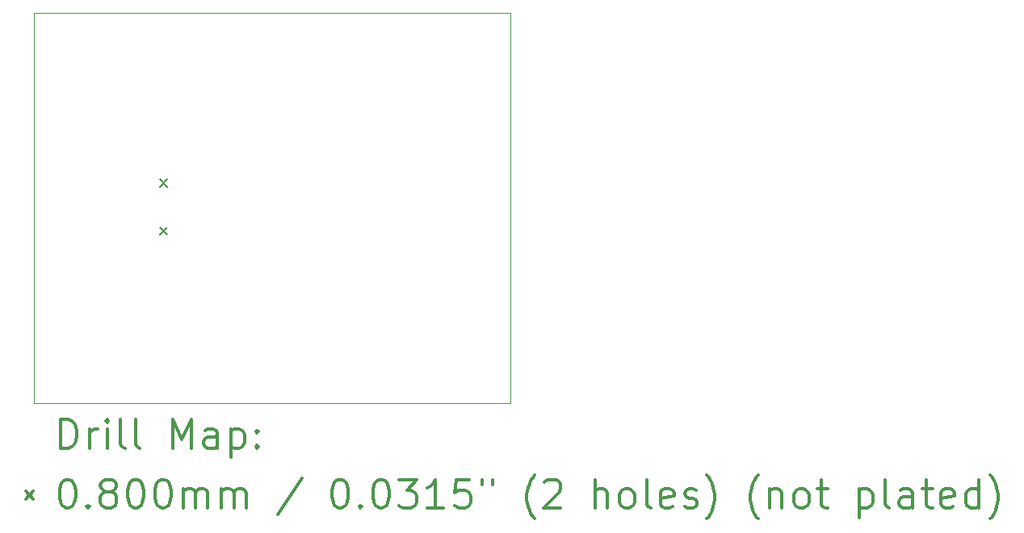
<source format=gbr>
%FSLAX45Y45*%
G04 Gerber Fmt 4.5, Leading zero omitted, Abs format (unit mm)*
G04 Created by KiCad (PCBNEW (5.1.12)-1) date 2021-12-16 18:12:19*
%MOMM*%
%LPD*%
G01*
G04 APERTURE LIST*
%TA.AperFunction,Profile*%
%ADD10C,0.050000*%
%TD*%
%ADD11C,0.200000*%
%ADD12C,0.300000*%
G04 APERTURE END LIST*
D10*
X9700000Y-9700000D02*
X9700000Y-5600000D01*
X14700000Y-9700000D02*
X9700000Y-9700000D01*
X14700000Y-5600000D02*
X14700000Y-9700000D01*
X9700000Y-5600000D02*
X14700000Y-5600000D01*
D11*
X11018982Y-7345050D02*
X11098982Y-7425050D01*
X11098982Y-7345050D02*
X11018982Y-7425050D01*
X11018982Y-7850790D02*
X11098982Y-7930790D01*
X11098982Y-7850790D02*
X11018982Y-7930790D01*
D12*
X9983928Y-10168214D02*
X9983928Y-9868214D01*
X10055357Y-9868214D01*
X10098214Y-9882500D01*
X10126786Y-9911072D01*
X10141071Y-9939643D01*
X10155357Y-9996786D01*
X10155357Y-10039643D01*
X10141071Y-10096786D01*
X10126786Y-10125357D01*
X10098214Y-10153929D01*
X10055357Y-10168214D01*
X9983928Y-10168214D01*
X10283928Y-10168214D02*
X10283928Y-9968214D01*
X10283928Y-10025357D02*
X10298214Y-9996786D01*
X10312500Y-9982500D01*
X10341071Y-9968214D01*
X10369643Y-9968214D01*
X10469643Y-10168214D02*
X10469643Y-9968214D01*
X10469643Y-9868214D02*
X10455357Y-9882500D01*
X10469643Y-9896786D01*
X10483928Y-9882500D01*
X10469643Y-9868214D01*
X10469643Y-9896786D01*
X10655357Y-10168214D02*
X10626786Y-10153929D01*
X10612500Y-10125357D01*
X10612500Y-9868214D01*
X10812500Y-10168214D02*
X10783928Y-10153929D01*
X10769643Y-10125357D01*
X10769643Y-9868214D01*
X11155357Y-10168214D02*
X11155357Y-9868214D01*
X11255357Y-10082500D01*
X11355357Y-9868214D01*
X11355357Y-10168214D01*
X11626786Y-10168214D02*
X11626786Y-10011072D01*
X11612500Y-9982500D01*
X11583928Y-9968214D01*
X11526786Y-9968214D01*
X11498214Y-9982500D01*
X11626786Y-10153929D02*
X11598214Y-10168214D01*
X11526786Y-10168214D01*
X11498214Y-10153929D01*
X11483928Y-10125357D01*
X11483928Y-10096786D01*
X11498214Y-10068214D01*
X11526786Y-10053929D01*
X11598214Y-10053929D01*
X11626786Y-10039643D01*
X11769643Y-9968214D02*
X11769643Y-10268214D01*
X11769643Y-9982500D02*
X11798214Y-9968214D01*
X11855357Y-9968214D01*
X11883928Y-9982500D01*
X11898214Y-9996786D01*
X11912500Y-10025357D01*
X11912500Y-10111072D01*
X11898214Y-10139643D01*
X11883928Y-10153929D01*
X11855357Y-10168214D01*
X11798214Y-10168214D01*
X11769643Y-10153929D01*
X12041071Y-10139643D02*
X12055357Y-10153929D01*
X12041071Y-10168214D01*
X12026786Y-10153929D01*
X12041071Y-10139643D01*
X12041071Y-10168214D01*
X12041071Y-9982500D02*
X12055357Y-9996786D01*
X12041071Y-10011072D01*
X12026786Y-9996786D01*
X12041071Y-9982500D01*
X12041071Y-10011072D01*
X9617500Y-10622500D02*
X9697500Y-10702500D01*
X9697500Y-10622500D02*
X9617500Y-10702500D01*
X10041071Y-10498214D02*
X10069643Y-10498214D01*
X10098214Y-10512500D01*
X10112500Y-10526786D01*
X10126786Y-10555357D01*
X10141071Y-10612500D01*
X10141071Y-10683929D01*
X10126786Y-10741072D01*
X10112500Y-10769643D01*
X10098214Y-10783929D01*
X10069643Y-10798214D01*
X10041071Y-10798214D01*
X10012500Y-10783929D01*
X9998214Y-10769643D01*
X9983928Y-10741072D01*
X9969643Y-10683929D01*
X9969643Y-10612500D01*
X9983928Y-10555357D01*
X9998214Y-10526786D01*
X10012500Y-10512500D01*
X10041071Y-10498214D01*
X10269643Y-10769643D02*
X10283928Y-10783929D01*
X10269643Y-10798214D01*
X10255357Y-10783929D01*
X10269643Y-10769643D01*
X10269643Y-10798214D01*
X10455357Y-10626786D02*
X10426786Y-10612500D01*
X10412500Y-10598214D01*
X10398214Y-10569643D01*
X10398214Y-10555357D01*
X10412500Y-10526786D01*
X10426786Y-10512500D01*
X10455357Y-10498214D01*
X10512500Y-10498214D01*
X10541071Y-10512500D01*
X10555357Y-10526786D01*
X10569643Y-10555357D01*
X10569643Y-10569643D01*
X10555357Y-10598214D01*
X10541071Y-10612500D01*
X10512500Y-10626786D01*
X10455357Y-10626786D01*
X10426786Y-10641072D01*
X10412500Y-10655357D01*
X10398214Y-10683929D01*
X10398214Y-10741072D01*
X10412500Y-10769643D01*
X10426786Y-10783929D01*
X10455357Y-10798214D01*
X10512500Y-10798214D01*
X10541071Y-10783929D01*
X10555357Y-10769643D01*
X10569643Y-10741072D01*
X10569643Y-10683929D01*
X10555357Y-10655357D01*
X10541071Y-10641072D01*
X10512500Y-10626786D01*
X10755357Y-10498214D02*
X10783928Y-10498214D01*
X10812500Y-10512500D01*
X10826786Y-10526786D01*
X10841071Y-10555357D01*
X10855357Y-10612500D01*
X10855357Y-10683929D01*
X10841071Y-10741072D01*
X10826786Y-10769643D01*
X10812500Y-10783929D01*
X10783928Y-10798214D01*
X10755357Y-10798214D01*
X10726786Y-10783929D01*
X10712500Y-10769643D01*
X10698214Y-10741072D01*
X10683928Y-10683929D01*
X10683928Y-10612500D01*
X10698214Y-10555357D01*
X10712500Y-10526786D01*
X10726786Y-10512500D01*
X10755357Y-10498214D01*
X11041071Y-10498214D02*
X11069643Y-10498214D01*
X11098214Y-10512500D01*
X11112500Y-10526786D01*
X11126786Y-10555357D01*
X11141071Y-10612500D01*
X11141071Y-10683929D01*
X11126786Y-10741072D01*
X11112500Y-10769643D01*
X11098214Y-10783929D01*
X11069643Y-10798214D01*
X11041071Y-10798214D01*
X11012500Y-10783929D01*
X10998214Y-10769643D01*
X10983928Y-10741072D01*
X10969643Y-10683929D01*
X10969643Y-10612500D01*
X10983928Y-10555357D01*
X10998214Y-10526786D01*
X11012500Y-10512500D01*
X11041071Y-10498214D01*
X11269643Y-10798214D02*
X11269643Y-10598214D01*
X11269643Y-10626786D02*
X11283928Y-10612500D01*
X11312500Y-10598214D01*
X11355357Y-10598214D01*
X11383928Y-10612500D01*
X11398214Y-10641072D01*
X11398214Y-10798214D01*
X11398214Y-10641072D02*
X11412500Y-10612500D01*
X11441071Y-10598214D01*
X11483928Y-10598214D01*
X11512500Y-10612500D01*
X11526786Y-10641072D01*
X11526786Y-10798214D01*
X11669643Y-10798214D02*
X11669643Y-10598214D01*
X11669643Y-10626786D02*
X11683928Y-10612500D01*
X11712500Y-10598214D01*
X11755357Y-10598214D01*
X11783928Y-10612500D01*
X11798214Y-10641072D01*
X11798214Y-10798214D01*
X11798214Y-10641072D02*
X11812500Y-10612500D01*
X11841071Y-10598214D01*
X11883928Y-10598214D01*
X11912500Y-10612500D01*
X11926786Y-10641072D01*
X11926786Y-10798214D01*
X12512500Y-10483929D02*
X12255357Y-10869643D01*
X12898214Y-10498214D02*
X12926786Y-10498214D01*
X12955357Y-10512500D01*
X12969643Y-10526786D01*
X12983928Y-10555357D01*
X12998214Y-10612500D01*
X12998214Y-10683929D01*
X12983928Y-10741072D01*
X12969643Y-10769643D01*
X12955357Y-10783929D01*
X12926786Y-10798214D01*
X12898214Y-10798214D01*
X12869643Y-10783929D01*
X12855357Y-10769643D01*
X12841071Y-10741072D01*
X12826786Y-10683929D01*
X12826786Y-10612500D01*
X12841071Y-10555357D01*
X12855357Y-10526786D01*
X12869643Y-10512500D01*
X12898214Y-10498214D01*
X13126786Y-10769643D02*
X13141071Y-10783929D01*
X13126786Y-10798214D01*
X13112500Y-10783929D01*
X13126786Y-10769643D01*
X13126786Y-10798214D01*
X13326786Y-10498214D02*
X13355357Y-10498214D01*
X13383928Y-10512500D01*
X13398214Y-10526786D01*
X13412500Y-10555357D01*
X13426786Y-10612500D01*
X13426786Y-10683929D01*
X13412500Y-10741072D01*
X13398214Y-10769643D01*
X13383928Y-10783929D01*
X13355357Y-10798214D01*
X13326786Y-10798214D01*
X13298214Y-10783929D01*
X13283928Y-10769643D01*
X13269643Y-10741072D01*
X13255357Y-10683929D01*
X13255357Y-10612500D01*
X13269643Y-10555357D01*
X13283928Y-10526786D01*
X13298214Y-10512500D01*
X13326786Y-10498214D01*
X13526786Y-10498214D02*
X13712500Y-10498214D01*
X13612500Y-10612500D01*
X13655357Y-10612500D01*
X13683928Y-10626786D01*
X13698214Y-10641072D01*
X13712500Y-10669643D01*
X13712500Y-10741072D01*
X13698214Y-10769643D01*
X13683928Y-10783929D01*
X13655357Y-10798214D01*
X13569643Y-10798214D01*
X13541071Y-10783929D01*
X13526786Y-10769643D01*
X13998214Y-10798214D02*
X13826786Y-10798214D01*
X13912500Y-10798214D02*
X13912500Y-10498214D01*
X13883928Y-10541072D01*
X13855357Y-10569643D01*
X13826786Y-10583929D01*
X14269643Y-10498214D02*
X14126786Y-10498214D01*
X14112500Y-10641072D01*
X14126786Y-10626786D01*
X14155357Y-10612500D01*
X14226786Y-10612500D01*
X14255357Y-10626786D01*
X14269643Y-10641072D01*
X14283928Y-10669643D01*
X14283928Y-10741072D01*
X14269643Y-10769643D01*
X14255357Y-10783929D01*
X14226786Y-10798214D01*
X14155357Y-10798214D01*
X14126786Y-10783929D01*
X14112500Y-10769643D01*
X14398214Y-10498214D02*
X14398214Y-10555357D01*
X14512500Y-10498214D02*
X14512500Y-10555357D01*
X14955357Y-10912500D02*
X14941071Y-10898214D01*
X14912500Y-10855357D01*
X14898214Y-10826786D01*
X14883928Y-10783929D01*
X14869643Y-10712500D01*
X14869643Y-10655357D01*
X14883928Y-10583929D01*
X14898214Y-10541072D01*
X14912500Y-10512500D01*
X14941071Y-10469643D01*
X14955357Y-10455357D01*
X15055357Y-10526786D02*
X15069643Y-10512500D01*
X15098214Y-10498214D01*
X15169643Y-10498214D01*
X15198214Y-10512500D01*
X15212500Y-10526786D01*
X15226786Y-10555357D01*
X15226786Y-10583929D01*
X15212500Y-10626786D01*
X15041071Y-10798214D01*
X15226786Y-10798214D01*
X15583928Y-10798214D02*
X15583928Y-10498214D01*
X15712500Y-10798214D02*
X15712500Y-10641072D01*
X15698214Y-10612500D01*
X15669643Y-10598214D01*
X15626786Y-10598214D01*
X15598214Y-10612500D01*
X15583928Y-10626786D01*
X15898214Y-10798214D02*
X15869643Y-10783929D01*
X15855357Y-10769643D01*
X15841071Y-10741072D01*
X15841071Y-10655357D01*
X15855357Y-10626786D01*
X15869643Y-10612500D01*
X15898214Y-10598214D01*
X15941071Y-10598214D01*
X15969643Y-10612500D01*
X15983928Y-10626786D01*
X15998214Y-10655357D01*
X15998214Y-10741072D01*
X15983928Y-10769643D01*
X15969643Y-10783929D01*
X15941071Y-10798214D01*
X15898214Y-10798214D01*
X16169643Y-10798214D02*
X16141071Y-10783929D01*
X16126786Y-10755357D01*
X16126786Y-10498214D01*
X16398214Y-10783929D02*
X16369643Y-10798214D01*
X16312500Y-10798214D01*
X16283928Y-10783929D01*
X16269643Y-10755357D01*
X16269643Y-10641072D01*
X16283928Y-10612500D01*
X16312500Y-10598214D01*
X16369643Y-10598214D01*
X16398214Y-10612500D01*
X16412500Y-10641072D01*
X16412500Y-10669643D01*
X16269643Y-10698214D01*
X16526786Y-10783929D02*
X16555357Y-10798214D01*
X16612500Y-10798214D01*
X16641071Y-10783929D01*
X16655357Y-10755357D01*
X16655357Y-10741072D01*
X16641071Y-10712500D01*
X16612500Y-10698214D01*
X16569643Y-10698214D01*
X16541071Y-10683929D01*
X16526786Y-10655357D01*
X16526786Y-10641072D01*
X16541071Y-10612500D01*
X16569643Y-10598214D01*
X16612500Y-10598214D01*
X16641071Y-10612500D01*
X16755357Y-10912500D02*
X16769643Y-10898214D01*
X16798214Y-10855357D01*
X16812500Y-10826786D01*
X16826786Y-10783929D01*
X16841071Y-10712500D01*
X16841071Y-10655357D01*
X16826786Y-10583929D01*
X16812500Y-10541072D01*
X16798214Y-10512500D01*
X16769643Y-10469643D01*
X16755357Y-10455357D01*
X17298214Y-10912500D02*
X17283928Y-10898214D01*
X17255357Y-10855357D01*
X17241071Y-10826786D01*
X17226786Y-10783929D01*
X17212500Y-10712500D01*
X17212500Y-10655357D01*
X17226786Y-10583929D01*
X17241071Y-10541072D01*
X17255357Y-10512500D01*
X17283928Y-10469643D01*
X17298214Y-10455357D01*
X17412500Y-10598214D02*
X17412500Y-10798214D01*
X17412500Y-10626786D02*
X17426786Y-10612500D01*
X17455357Y-10598214D01*
X17498214Y-10598214D01*
X17526786Y-10612500D01*
X17541071Y-10641072D01*
X17541071Y-10798214D01*
X17726786Y-10798214D02*
X17698214Y-10783929D01*
X17683928Y-10769643D01*
X17669643Y-10741072D01*
X17669643Y-10655357D01*
X17683928Y-10626786D01*
X17698214Y-10612500D01*
X17726786Y-10598214D01*
X17769643Y-10598214D01*
X17798214Y-10612500D01*
X17812500Y-10626786D01*
X17826786Y-10655357D01*
X17826786Y-10741072D01*
X17812500Y-10769643D01*
X17798214Y-10783929D01*
X17769643Y-10798214D01*
X17726786Y-10798214D01*
X17912500Y-10598214D02*
X18026786Y-10598214D01*
X17955357Y-10498214D02*
X17955357Y-10755357D01*
X17969643Y-10783929D01*
X17998214Y-10798214D01*
X18026786Y-10798214D01*
X18355357Y-10598214D02*
X18355357Y-10898214D01*
X18355357Y-10612500D02*
X18383928Y-10598214D01*
X18441071Y-10598214D01*
X18469643Y-10612500D01*
X18483928Y-10626786D01*
X18498214Y-10655357D01*
X18498214Y-10741072D01*
X18483928Y-10769643D01*
X18469643Y-10783929D01*
X18441071Y-10798214D01*
X18383928Y-10798214D01*
X18355357Y-10783929D01*
X18669643Y-10798214D02*
X18641071Y-10783929D01*
X18626786Y-10755357D01*
X18626786Y-10498214D01*
X18912500Y-10798214D02*
X18912500Y-10641072D01*
X18898214Y-10612500D01*
X18869643Y-10598214D01*
X18812500Y-10598214D01*
X18783928Y-10612500D01*
X18912500Y-10783929D02*
X18883928Y-10798214D01*
X18812500Y-10798214D01*
X18783928Y-10783929D01*
X18769643Y-10755357D01*
X18769643Y-10726786D01*
X18783928Y-10698214D01*
X18812500Y-10683929D01*
X18883928Y-10683929D01*
X18912500Y-10669643D01*
X19012500Y-10598214D02*
X19126786Y-10598214D01*
X19055357Y-10498214D02*
X19055357Y-10755357D01*
X19069643Y-10783929D01*
X19098214Y-10798214D01*
X19126786Y-10798214D01*
X19341071Y-10783929D02*
X19312500Y-10798214D01*
X19255357Y-10798214D01*
X19226786Y-10783929D01*
X19212500Y-10755357D01*
X19212500Y-10641072D01*
X19226786Y-10612500D01*
X19255357Y-10598214D01*
X19312500Y-10598214D01*
X19341071Y-10612500D01*
X19355357Y-10641072D01*
X19355357Y-10669643D01*
X19212500Y-10698214D01*
X19612500Y-10798214D02*
X19612500Y-10498214D01*
X19612500Y-10783929D02*
X19583928Y-10798214D01*
X19526786Y-10798214D01*
X19498214Y-10783929D01*
X19483928Y-10769643D01*
X19469643Y-10741072D01*
X19469643Y-10655357D01*
X19483928Y-10626786D01*
X19498214Y-10612500D01*
X19526786Y-10598214D01*
X19583928Y-10598214D01*
X19612500Y-10612500D01*
X19726786Y-10912500D02*
X19741071Y-10898214D01*
X19769643Y-10855357D01*
X19783928Y-10826786D01*
X19798214Y-10783929D01*
X19812500Y-10712500D01*
X19812500Y-10655357D01*
X19798214Y-10583929D01*
X19783928Y-10541072D01*
X19769643Y-10512500D01*
X19741071Y-10469643D01*
X19726786Y-10455357D01*
M02*

</source>
